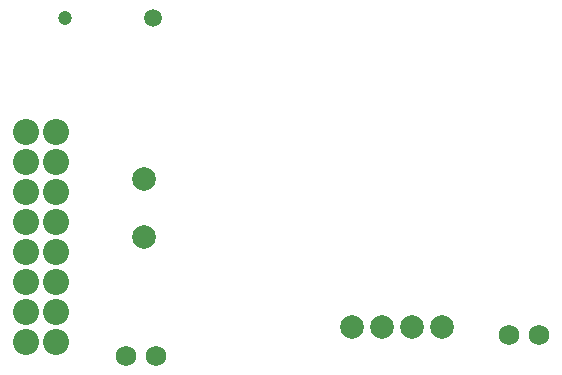
<source format=gbs>
G04*
G04 #@! TF.GenerationSoftware,Altium Limited,Altium Designer,22.11.1 (43)*
G04*
G04 Layer_Color=16711935*
%FSTAX24Y24*%
%MOIN*%
G70*
G04*
G04 #@! TF.SameCoordinates,C1124A1A-70A5-44B8-A6FF-2808BC57BE08*
G04*
G04*
G04 #@! TF.FilePolarity,Negative*
G04*
G01*
G75*
%ADD45C,0.0680*%
%ADD46C,0.0789*%
%ADD47C,0.0592*%
%ADD48C,0.0474*%
%ADD49C,0.0867*%
D45*
X01844Y00155D02*
D03*
X01744D02*
D03*
X00467Y00086D02*
D03*
X00567D02*
D03*
D46*
X01522Y001809D02*
D03*
X01422D02*
D03*
X01322D02*
D03*
X01222D02*
D03*
X00528Y00482D02*
D03*
X00527Y00675D02*
D03*
D47*
X005595Y01213D02*
D03*
D48*
X002642D02*
D03*
D49*
X00236Y00333D02*
D03*
Y00433D02*
D03*
Y00533D02*
D03*
Y00633D02*
D03*
Y00733D02*
D03*
Y00833D02*
D03*
X00136Y00133D02*
D03*
Y00233D02*
D03*
Y00333D02*
D03*
Y00433D02*
D03*
Y00533D02*
D03*
Y00633D02*
D03*
Y00733D02*
D03*
Y00833D02*
D03*
X00236Y00133D02*
D03*
Y00233D02*
D03*
M02*

</source>
